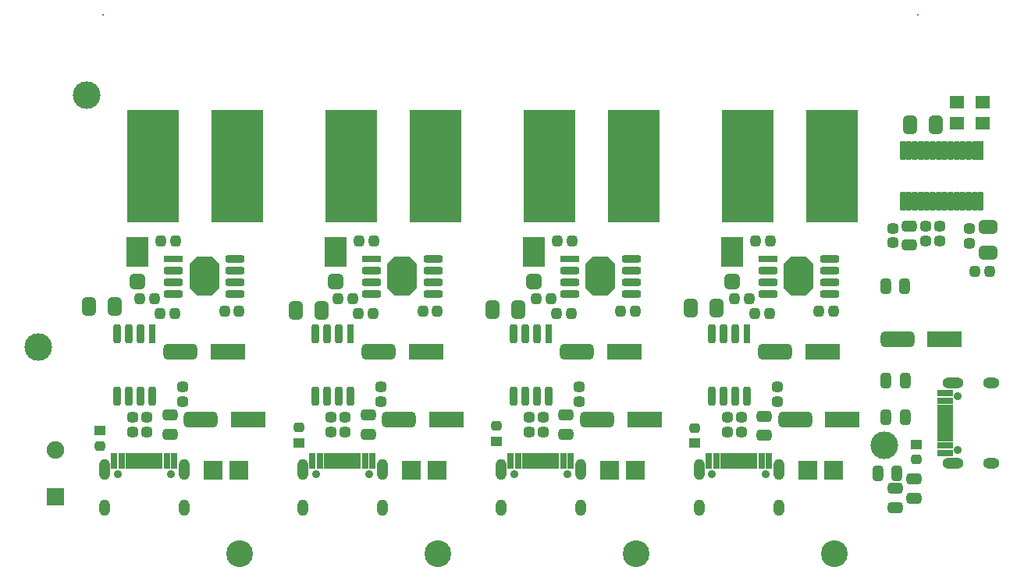
<source format=gts>
G04*
G04 #@! TF.GenerationSoftware,Altium Limited,Altium Designer,23.4.1 (23)*
G04*
G04 Layer_Color=8388736*
%FSLAX44Y44*%
%MOMM*%
G71*
G04*
G04 #@! TF.SameCoordinates,3060DD58-918D-4E1B-9459-4C9D01607EA3*
G04*
G04*
G04 #@! TF.FilePolarity,Negative*
G04*
G01*
G75*
G04:AMPARAMS|DCode=73|XSize=1.6532mm|YSize=1.1532mm|CornerRadius=0.3391mm|HoleSize=0mm|Usage=FLASHONLY|Rotation=0.000|XOffset=0mm|YOffset=0mm|HoleType=Round|Shape=RoundedRectangle|*
%AMROUNDEDRECTD73*
21,1,1.6532,0.4750,0,0,0.0*
21,1,0.9750,1.1532,0,0,0.0*
1,1,0.6782,0.4875,-0.2375*
1,1,0.6782,-0.4875,-0.2375*
1,1,0.6782,-0.4875,0.2375*
1,1,0.6782,0.4875,0.2375*
%
%ADD73ROUNDEDRECTD73*%
G04:AMPARAMS|DCode=74|XSize=1.2032mm|YSize=1.1032mm|CornerRadius=0.3266mm|HoleSize=0mm|Usage=FLASHONLY|Rotation=0.000|XOffset=0mm|YOffset=0mm|HoleType=Round|Shape=RoundedRectangle|*
%AMROUNDEDRECTD74*
21,1,1.2032,0.4500,0,0,0.0*
21,1,0.5500,1.1032,0,0,0.0*
1,1,0.6532,0.2750,-0.2250*
1,1,0.6532,-0.2750,-0.2250*
1,1,0.6532,-0.2750,0.2250*
1,1,0.6532,0.2750,0.2250*
%
%ADD74ROUNDEDRECTD74*%
G04:AMPARAMS|DCode=75|XSize=2.0032mm|YSize=1.5032mm|CornerRadius=0.4266mm|HoleSize=0mm|Usage=FLASHONLY|Rotation=90.000|XOffset=0mm|YOffset=0mm|HoleType=Round|Shape=RoundedRectangle|*
%AMROUNDEDRECTD75*
21,1,2.0032,0.6500,0,0,90.0*
21,1,1.1500,1.5032,0,0,90.0*
1,1,0.8532,0.3250,0.5750*
1,1,0.8532,0.3250,-0.5750*
1,1,0.8532,-0.3250,-0.5750*
1,1,0.8532,-0.3250,0.5750*
%
%ADD75ROUNDEDRECTD75*%
G04:AMPARAMS|DCode=76|XSize=1.7032mm|YSize=3.7032mm|CornerRadius=0.4766mm|HoleSize=0mm|Usage=FLASHONLY|Rotation=270.000|XOffset=0mm|YOffset=0mm|HoleType=Round|Shape=RoundedRectangle|*
%AMROUNDEDRECTD76*
21,1,1.7032,2.7500,0,0,270.0*
21,1,0.7500,3.7032,0,0,270.0*
1,1,0.9532,-1.3750,-0.3750*
1,1,0.9532,-1.3750,0.3750*
1,1,0.9532,1.3750,0.3750*
1,1,0.9532,1.3750,-0.3750*
%
%ADD76ROUNDEDRECTD76*%
%ADD77R,3.7032X1.7032*%
G04:AMPARAMS|DCode=78|XSize=3.2032mm|YSize=4.2032mm|CornerRadius=0mm|HoleSize=0mm|Usage=FLASHONLY|Rotation=0.000|XOffset=0mm|YOffset=0mm|HoleType=Round|Shape=Octagon|*
%AMOCTAGOND78*
4,1,8,-0.8008,2.1016,0.8008,2.1016,1.6016,1.3008,1.6016,-1.3008,0.8008,-2.1016,-0.8008,-2.1016,-1.6016,-1.3008,-1.6016,1.3008,-0.8008,2.1016,0.0*
%
%ADD78OCTAGOND78*%

%ADD79R,2.1032X0.8032*%
G04:AMPARAMS|DCode=80|XSize=0.8032mm|YSize=2.1032mm|CornerRadius=0.2516mm|HoleSize=0mm|Usage=FLASHONLY|Rotation=90.000|XOffset=0mm|YOffset=0mm|HoleType=Round|Shape=RoundedRectangle|*
%AMROUNDEDRECTD80*
21,1,0.8032,1.6000,0,0,90.0*
21,1,0.3000,2.1032,0,0,90.0*
1,1,0.5032,0.8000,0.1500*
1,1,0.5032,0.8000,-0.1500*
1,1,0.5032,-0.8000,-0.1500*
1,1,0.5032,-0.8000,0.1500*
%
%ADD80ROUNDEDRECTD80*%
G04:AMPARAMS|DCode=81|XSize=1.2032mm|YSize=1.1032mm|CornerRadius=0.3266mm|HoleSize=0mm|Usage=FLASHONLY|Rotation=90.000|XOffset=0mm|YOffset=0mm|HoleType=Round|Shape=RoundedRectangle|*
%AMROUNDEDRECTD81*
21,1,1.2032,0.4500,0,0,90.0*
21,1,0.5500,1.1032,0,0,90.0*
1,1,0.6532,0.2250,0.2750*
1,1,0.6532,0.2250,-0.2750*
1,1,0.6532,-0.2250,-0.2750*
1,1,0.6532,-0.2250,0.2750*
%
%ADD81ROUNDEDRECTD81*%
%ADD82R,5.7032X12.2032*%
%ADD83R,0.5032X1.6532*%
%ADD84R,0.8032X1.6532*%
%ADD85R,0.8032X2.1032*%
G04:AMPARAMS|DCode=86|XSize=0.8032mm|YSize=2.1032mm|CornerRadius=0.2516mm|HoleSize=0mm|Usage=FLASHONLY|Rotation=0.000|XOffset=0mm|YOffset=0mm|HoleType=Round|Shape=RoundedRectangle|*
%AMROUNDEDRECTD86*
21,1,0.8032,1.6000,0,0,0.0*
21,1,0.3000,2.1032,0,0,0.0*
1,1,0.5032,0.1500,-0.8000*
1,1,0.5032,-0.1500,-0.8000*
1,1,0.5032,-0.1500,0.8000*
1,1,0.5032,0.1500,0.8000*
%
%ADD86ROUNDEDRECTD86*%
G04:AMPARAMS|DCode=87|XSize=2.1032mm|YSize=0.6832mm|CornerRadius=0.1616mm|HoleSize=0mm|Usage=FLASHONLY|Rotation=270.000|XOffset=0mm|YOffset=0mm|HoleType=Round|Shape=RoundedRectangle|*
%AMROUNDEDRECTD87*
21,1,2.1032,0.3600,0,0,270.0*
21,1,1.7800,0.6832,0,0,270.0*
1,1,0.3232,-0.1800,-0.8900*
1,1,0.3232,-0.1800,0.8900*
1,1,0.3232,0.1800,0.8900*
1,1,0.3232,0.1800,-0.8900*
%
%ADD87ROUNDEDRECTD87*%
%ADD88R,0.6832X2.1032*%
%ADD89R,1.6032X1.4032*%
G04:AMPARAMS|DCode=90|XSize=1.1532mm|YSize=1.0532mm|CornerRadius=0.3141mm|HoleSize=0mm|Usage=FLASHONLY|Rotation=180.000|XOffset=0mm|YOffset=0mm|HoleType=Round|Shape=RoundedRectangle|*
%AMROUNDEDRECTD90*
21,1,1.1532,0.4250,0,0,180.0*
21,1,0.5250,1.0532,0,0,180.0*
1,1,0.6282,-0.2625,0.2125*
1,1,0.6282,0.2625,0.2125*
1,1,0.6282,0.2625,-0.2125*
1,1,0.6282,-0.2625,-0.2125*
%
%ADD90ROUNDEDRECTD90*%
%ADD91R,1.1532X1.0532*%
G04:AMPARAMS|DCode=92|XSize=1.7032mm|YSize=1.7232mm|CornerRadius=0.4766mm|HoleSize=0mm|Usage=FLASHONLY|Rotation=0.000|XOffset=0mm|YOffset=0mm|HoleType=Round|Shape=RoundedRectangle|*
%AMROUNDEDRECTD92*
21,1,1.7032,0.7700,0,0,0.0*
21,1,0.7500,1.7232,0,0,0.0*
1,1,0.9532,0.3750,-0.3850*
1,1,0.9532,-0.3750,-0.3850*
1,1,0.9532,-0.3750,0.3850*
1,1,0.9532,0.3750,0.3850*
%
%ADD92ROUNDEDRECTD92*%
%ADD93R,2.4032X3.3032*%
G04:AMPARAMS|DCode=94|XSize=2.0032mm|YSize=1.5032mm|CornerRadius=0.4266mm|HoleSize=0mm|Usage=FLASHONLY|Rotation=180.000|XOffset=0mm|YOffset=0mm|HoleType=Round|Shape=RoundedRectangle|*
%AMROUNDEDRECTD94*
21,1,2.0032,0.6500,0,0,180.0*
21,1,1.1500,1.5032,0,0,180.0*
1,1,0.8532,-0.5750,0.3250*
1,1,0.8532,0.5750,0.3250*
1,1,0.8532,0.5750,-0.3250*
1,1,0.8532,-0.5750,-0.3250*
%
%ADD94ROUNDEDRECTD94*%
%ADD95R,1.6532X0.5032*%
%ADD96R,1.6532X0.8032*%
%ADD97C,3.0000*%
G04:AMPARAMS|DCode=98|XSize=1.6532mm|YSize=1.1532mm|CornerRadius=0.3391mm|HoleSize=0mm|Usage=FLASHONLY|Rotation=90.000|XOffset=0mm|YOffset=0mm|HoleType=Round|Shape=RoundedRectangle|*
%AMROUNDEDRECTD98*
21,1,1.6532,0.4750,0,0,90.0*
21,1,0.9750,1.1532,0,0,90.0*
1,1,0.6782,0.2375,0.4875*
1,1,0.6782,0.2375,-0.4875*
1,1,0.6782,-0.2375,-0.4875*
1,1,0.6782,-0.2375,0.4875*
%
%ADD98ROUNDEDRECTD98*%
%ADD99R,2.1590X2.1590*%
%ADD100O,1.2032X1.8032*%
%ADD101C,0.8782*%
%ADD102O,1.2032X2.3032*%
%ADD103C,1.9032*%
%ADD104R,1.9032X1.9032*%
%ADD105O,1.8032X1.2032*%
%ADD106O,2.3032X1.2032*%
%ADD107C,0.2032*%
%ADD108C,2.9032*%
D73*
X592834Y204996D02*
D03*
Y225996D02*
D03*
X377952Y205176D02*
D03*
Y226176D02*
D03*
X162834Y204996D02*
D03*
Y225996D02*
D03*
X807466Y203906D02*
D03*
Y224906D02*
D03*
X970080Y156488D02*
D03*
Y135488D02*
D03*
X950080Y146488D02*
D03*
Y125488D02*
D03*
X965080Y431488D02*
D03*
Y410488D02*
D03*
D74*
X606734Y256463D02*
D03*
Y240463D02*
D03*
X567580Y223988D02*
D03*
Y207988D02*
D03*
X552580Y223988D02*
D03*
Y207988D02*
D03*
X391734Y256463D02*
D03*
Y240463D02*
D03*
X352580Y223988D02*
D03*
Y207988D02*
D03*
X337580Y223988D02*
D03*
Y207988D02*
D03*
X176484Y256463D02*
D03*
Y240463D02*
D03*
X137580Y223988D02*
D03*
Y207988D02*
D03*
X122580Y223988D02*
D03*
Y207988D02*
D03*
X821734Y256463D02*
D03*
Y240463D02*
D03*
X997580Y415488D02*
D03*
Y431488D02*
D03*
X982580Y415488D02*
D03*
X982580Y431488D02*
D03*
X947580Y412988D02*
D03*
Y428988D02*
D03*
X1030224Y412400D02*
D03*
Y428400D02*
D03*
X767580Y207988D02*
D03*
Y223988D02*
D03*
X782580Y207988D02*
D03*
Y223988D02*
D03*
D75*
X540512Y340898D02*
D03*
X512512D02*
D03*
X327690Y340136D02*
D03*
X299690D02*
D03*
X75378Y343692D02*
D03*
X103378D02*
D03*
X755680Y342422D02*
D03*
X727680D02*
D03*
X966080Y540988D02*
D03*
X994080Y540988D02*
D03*
D76*
X604580Y294488D02*
D03*
X626580Y221488D02*
D03*
X389580Y294488D02*
D03*
X411580Y221488D02*
D03*
X174580Y294488D02*
D03*
X196580Y221488D02*
D03*
X952080Y308488D02*
D03*
X841580Y221488D02*
D03*
X819580Y294488D02*
D03*
D77*
X655580Y294488D02*
D03*
X677580Y221488D02*
D03*
X440580Y294488D02*
D03*
X462580Y221488D02*
D03*
X225580Y294488D02*
D03*
X247580Y221488D02*
D03*
X1003080Y308488D02*
D03*
X892580Y221488D02*
D03*
X870580Y294488D02*
D03*
D78*
X630018Y376700D02*
D03*
X415018D02*
D03*
X200018D02*
D03*
X845018D02*
D03*
D79*
X596518Y395750D02*
D03*
X381518D02*
D03*
X166518D02*
D03*
X811518D02*
D03*
D80*
X596518Y383050D02*
D03*
Y370350D02*
D03*
Y357650D02*
D03*
X663518Y395750D02*
D03*
Y383050D02*
D03*
Y370350D02*
D03*
Y357650D02*
D03*
X381518Y383050D02*
D03*
Y370350D02*
D03*
Y357650D02*
D03*
X448518Y395750D02*
D03*
Y383050D02*
D03*
Y370350D02*
D03*
Y357650D02*
D03*
X166518Y383050D02*
D03*
Y370350D02*
D03*
Y357650D02*
D03*
X233518Y395750D02*
D03*
Y383050D02*
D03*
Y370350D02*
D03*
Y357650D02*
D03*
X878518D02*
D03*
Y370350D02*
D03*
Y383050D02*
D03*
Y395750D02*
D03*
X811518Y357650D02*
D03*
Y370350D02*
D03*
Y383050D02*
D03*
D81*
X560080Y352488D02*
D03*
X576080D02*
D03*
X652080Y338488D02*
D03*
X668080D02*
D03*
X598080Y336488D02*
D03*
X582080D02*
D03*
X599080Y415488D02*
D03*
X583080D02*
D03*
X345080Y352488D02*
D03*
X361080D02*
D03*
X437080Y338488D02*
D03*
X453080D02*
D03*
X383080Y336488D02*
D03*
X367080D02*
D03*
X384080Y415488D02*
D03*
X368080D02*
D03*
X130080Y352488D02*
D03*
X146080D02*
D03*
X222080Y338488D02*
D03*
X238080D02*
D03*
X168080Y336488D02*
D03*
X152080D02*
D03*
X169080Y415488D02*
D03*
X153080D02*
D03*
X798080D02*
D03*
X814080D02*
D03*
X1036448Y382300D02*
D03*
X1052448D02*
D03*
X797080Y336488D02*
D03*
X813080Y336488D02*
D03*
X883080Y338488D02*
D03*
X867080D02*
D03*
X791080Y352488D02*
D03*
X775080D02*
D03*
D82*
X665800Y495988D02*
D03*
X574360D02*
D03*
X450800D02*
D03*
X359360D02*
D03*
X235800D02*
D03*
X144360D02*
D03*
X789360Y495988D02*
D03*
X880800Y495988D02*
D03*
D83*
X582581Y175938D02*
D03*
X577581D02*
D03*
X547581D02*
D03*
X552581D02*
D03*
X562581D02*
D03*
X567581D02*
D03*
X557581D02*
D03*
X572581D02*
D03*
X367581D02*
D03*
X362581D02*
D03*
X332581D02*
D03*
X337581D02*
D03*
X347581D02*
D03*
X352581D02*
D03*
X342581D02*
D03*
X357581D02*
D03*
X152581D02*
D03*
X147581D02*
D03*
X117581D02*
D03*
X122581D02*
D03*
X132581D02*
D03*
X137581D02*
D03*
X127581D02*
D03*
X142581D02*
D03*
X787581Y175938D02*
D03*
X772581Y175938D02*
D03*
X782581Y175938D02*
D03*
X777581D02*
D03*
X767581Y175938D02*
D03*
X762581D02*
D03*
X792581Y175938D02*
D03*
X797581D02*
D03*
D84*
X532581D02*
D03*
X597581D02*
D03*
X589581D02*
D03*
X540581D02*
D03*
X317581D02*
D03*
X382581D02*
D03*
X374581D02*
D03*
X325581D02*
D03*
X102581D02*
D03*
X167581D02*
D03*
X159581D02*
D03*
X110581D02*
D03*
X755581Y175938D02*
D03*
X804581D02*
D03*
X812581D02*
D03*
X747581D02*
D03*
D85*
X573630Y313988D02*
D03*
X358630D02*
D03*
X143630D02*
D03*
X788630D02*
D03*
D86*
X560930D02*
D03*
X548230D02*
D03*
X535530D02*
D03*
X573630Y246988D02*
D03*
X560930D02*
D03*
X548230D02*
D03*
X535530D02*
D03*
X345930Y313988D02*
D03*
X333230D02*
D03*
X320530D02*
D03*
X358630Y246988D02*
D03*
X345930D02*
D03*
X333230D02*
D03*
X320530D02*
D03*
X130930Y313988D02*
D03*
X118230D02*
D03*
X105530D02*
D03*
X143630Y246988D02*
D03*
X130930D02*
D03*
X118230D02*
D03*
X105530D02*
D03*
X750530D02*
D03*
X763230D02*
D03*
X775930D02*
D03*
X788630D02*
D03*
X750530Y313988D02*
D03*
X763230Y313988D02*
D03*
X775930Y313988D02*
D03*
D87*
X1042330Y458438D02*
D03*
X1035830Y458438D02*
D03*
X1029330Y458438D02*
D03*
X1022830D02*
D03*
X1016330D02*
D03*
X1009830D02*
D03*
X1003330D02*
D03*
X996830D02*
D03*
X990330D02*
D03*
X983830D02*
D03*
X977330D02*
D03*
X970830D02*
D03*
X964330D02*
D03*
X957830D02*
D03*
Y513538D02*
D03*
X964330D02*
D03*
X970830D02*
D03*
X977330D02*
D03*
X983830D02*
D03*
X990330D02*
D03*
X996830D02*
D03*
X1003330D02*
D03*
X1009830D02*
D03*
X1016330D02*
D03*
X1022830D02*
D03*
X1029330D02*
D03*
X1035830Y513538D02*
D03*
D88*
X1042330Y513538D02*
D03*
D89*
X1044702Y566196D02*
D03*
Y543336D02*
D03*
X1016762Y566196D02*
D03*
Y543336D02*
D03*
D90*
X732028Y212242D02*
D03*
X87376Y192694D02*
D03*
X302514Y212496D02*
D03*
X972580Y177738D02*
D03*
X516890Y214020D02*
D03*
D91*
X732028Y195742D02*
D03*
X87376Y209194D02*
D03*
X302514Y195996D02*
D03*
X972580Y194238D02*
D03*
X516890Y197520D02*
D03*
D92*
X127554Y370836D02*
D03*
X772554D02*
D03*
X557554D02*
D03*
X342554D02*
D03*
D93*
X127374Y403116D02*
D03*
X772374D02*
D03*
X557374D02*
D03*
X342374D02*
D03*
D94*
X1050080Y429988D02*
D03*
X1050080Y401988D02*
D03*
D95*
X1003630Y224888D02*
D03*
Y209888D02*
D03*
Y219888D02*
D03*
Y214888D02*
D03*
Y204888D02*
D03*
Y199888D02*
D03*
Y229888D02*
D03*
Y234888D02*
D03*
D96*
Y192888D02*
D03*
Y241888D02*
D03*
Y249888D02*
D03*
Y184888D02*
D03*
D97*
X72580Y573488D02*
D03*
X20066Y300258D02*
D03*
X937580Y193568D02*
D03*
D98*
X960580Y263488D02*
D03*
X939580D02*
D03*
X951824Y163098D02*
D03*
X930824D02*
D03*
X939206Y366044D02*
D03*
X960206D02*
D03*
X939580Y223488D02*
D03*
X960580D02*
D03*
D99*
X667580Y165988D02*
D03*
X640080Y165988D02*
D03*
X452580Y165988D02*
D03*
X425080Y165988D02*
D03*
X237580Y165988D02*
D03*
X210080Y165988D02*
D03*
X855080D02*
D03*
X882580D02*
D03*
D100*
X521880Y125488D02*
D03*
X608280D02*
D03*
X306880D02*
D03*
X393280D02*
D03*
X91880D02*
D03*
X178280D02*
D03*
X823280Y125488D02*
D03*
X736880D02*
D03*
D101*
X536181Y161988D02*
D03*
X593979D02*
D03*
X321181D02*
D03*
X378979D02*
D03*
X106181D02*
D03*
X163979D02*
D03*
X1017580Y246286D02*
D03*
Y188488D02*
D03*
X808979Y161988D02*
D03*
X751181Y161988D02*
D03*
D102*
X521880Y167288D02*
D03*
X608280D02*
D03*
X306880D02*
D03*
X393280D02*
D03*
X91880D02*
D03*
X178280D02*
D03*
X823280D02*
D03*
X736880Y167288D02*
D03*
D103*
X38862Y187990D02*
D03*
D104*
Y137190D02*
D03*
D105*
X1054080Y260587D02*
D03*
Y174187D02*
D03*
D106*
X1012280Y260587D02*
D03*
Y174187D02*
D03*
D107*
X974486Y660908D02*
D03*
X90674Y660908D02*
D03*
D108*
X883280Y75488D02*
D03*
X668280Y75488D02*
D03*
X453280D02*
D03*
X238280D02*
D03*
M02*

</source>
